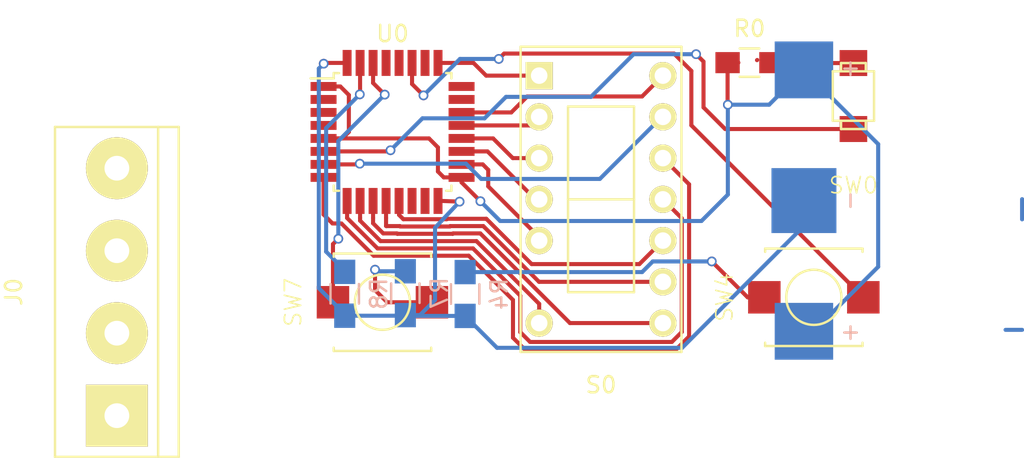
<source format=kicad_pcb>
(kicad_pcb (version 4) (host pcbnew 4.0.7-e2-6376~58~ubuntu16.04.1)

  (general
    (links 34)
    (no_connects 4)
    (area 0 0 0 0)
    (thickness 1.6)
    (drawings 0)
    (tracks 194)
    (zones 0)
    (modules 11)
    (nets 33)
  )

  (page A4)
  (layers
    (0 F.Cu signal)
    (31 B.Cu signal)
    (32 B.Adhes user)
    (33 F.Adhes user)
    (34 B.Paste user)
    (35 F.Paste user)
    (36 B.SilkS user)
    (37 F.SilkS user)
    (38 B.Mask user)
    (39 F.Mask user)
    (40 Dwgs.User user)
    (41 Cmts.User user)
    (42 Eco1.User user)
    (43 Eco2.User user)
    (44 Edge.Cuts user)
    (45 Margin user)
    (46 B.CrtYd user)
    (47 F.CrtYd user)
    (48 B.Fab user)
    (49 F.Fab user)
  )

  (setup
    (last_trace_width 0.25)
    (trace_clearance 0.2)
    (zone_clearance 0.508)
    (zone_45_only no)
    (trace_min 0.2)
    (segment_width 0.2)
    (edge_width 0.15)
    (via_size 0.6)
    (via_drill 0.4)
    (via_min_size 0.4)
    (via_min_drill 0.3)
    (uvia_size 0.3)
    (uvia_drill 0.1)
    (uvias_allowed no)
    (uvia_min_size 0.2)
    (uvia_min_drill 0.1)
    (pcb_text_width 0.3)
    (pcb_text_size 1.5 1.5)
    (mod_edge_width 0.15)
    (mod_text_size 1 1)
    (mod_text_width 0.15)
    (pad_size 1.524 1.524)
    (pad_drill 0.762)
    (pad_to_mask_clearance 0.2)
    (aux_axis_origin 0 0)
    (visible_elements FFFFFF7F)
    (pcbplotparams
      (layerselection 0x00030_80000001)
      (usegerberextensions false)
      (excludeedgelayer true)
      (linewidth 0.100000)
      (plotframeref false)
      (viasonmask false)
      (mode 1)
      (useauxorigin false)
      (hpglpennumber 1)
      (hpglpenspeed 20)
      (hpglpendiameter 15)
      (hpglpenoverlay 2)
      (psnegative false)
      (psa4output false)
      (plotreference true)
      (plotvalue true)
      (plotinvisibletext false)
      (padsonsilk false)
      (subtractmaskfromsilk false)
      (outputformat 1)
      (mirror false)
      (drillshape 1)
      (scaleselection 1)
      (outputdirectory ""))
  )

  (net 0 "")
  (net 1 GND)
  (net 2 +3V3)
  (net 3 "Net-(J0-Pad2)")
  (net 4 "Net-(J0-Pad3)")
  (net 5 "Net-(R0-Pad2)")
  (net 6 "Net-(R4-Pad2)")
  (net 7 "Net-(R7-Pad2)")
  (net 8 "Net-(R8-Pad2)")
  (net 9 "Net-(S0-Pad5C)")
  (net 10 "Net-(S0-Pad3)")
  (net 11 "Net-(S0-Pad10)")
  (net 12 "Net-(S0-Pad11)")
  (net 13 "Net-(S0-Pad1C)")
  (net 14 "Net-(S0-Pad2)")
  (net 15 "Net-(S0-Pad4)")
  (net 16 "Net-(S0-Pad7)")
  (net 17 "Net-(S0-Pad8C)")
  (net 18 "Net-(S0-Pad9)")
  (net 19 "Net-(S0-Pad12)")
  (net 20 "Net-(S0-Pad13C)")
  (net 21 "Net-(S0-Pad14C)")
  (net 22 "Net-(SW0-Pad1)")
  (net 23 "Net-(SW4-Pad2)")
  (net 24 "Net-(SW7-Pad1)")
  (net 25 "Net-(U0-Pad2)")
  (net 26 "Net-(U0-Pad3)")
  (net 27 "Net-(U0-Pad4)")
  (net 28 "Net-(U0-Pad14)")
  (net 29 "Net-(U0-Pad15)")
  (net 30 "Net-(U0-Pad26)")
  (net 31 "Net-(U0-Pad28)")
  (net 32 "Net-(U0-Pad29)")

  (net_class Default "This is the default net class."
    (clearance 0.2)
    (trace_width 0.25)
    (via_dia 0.6)
    (via_drill 0.4)
    (uvia_dia 0.3)
    (uvia_drill 0.1)
    (add_net +3V3)
    (add_net GND)
    (add_net "Net-(J0-Pad2)")
    (add_net "Net-(J0-Pad3)")
    (add_net "Net-(R0-Pad2)")
    (add_net "Net-(R4-Pad2)")
    (add_net "Net-(R7-Pad2)")
    (add_net "Net-(R8-Pad2)")
    (add_net "Net-(S0-Pad10)")
    (add_net "Net-(S0-Pad11)")
    (add_net "Net-(S0-Pad12)")
    (add_net "Net-(S0-Pad13C)")
    (add_net "Net-(S0-Pad14C)")
    (add_net "Net-(S0-Pad1C)")
    (add_net "Net-(S0-Pad2)")
    (add_net "Net-(S0-Pad3)")
    (add_net "Net-(S0-Pad4)")
    (add_net "Net-(S0-Pad5C)")
    (add_net "Net-(S0-Pad7)")
    (add_net "Net-(S0-Pad8C)")
    (add_net "Net-(S0-Pad9)")
    (add_net "Net-(SW0-Pad1)")
    (add_net "Net-(SW4-Pad2)")
    (add_net "Net-(SW7-Pad1)")
    (add_net "Net-(U0-Pad14)")
    (add_net "Net-(U0-Pad15)")
    (add_net "Net-(U0-Pad2)")
    (add_net "Net-(U0-Pad26)")
    (add_net "Net-(U0-Pad28)")
    (add_net "Net-(U0-Pad29)")
    (add_net "Net-(U0-Pad3)")
    (add_net "Net-(U0-Pad4)")
  )

  (module kicad_bart:BatteryHolder_1220 (layer B.Cu) (tedit 59DE8BB1) (tstamp 59DE8CFD)
    (at 138.9507 70.8279 270)
    (descr "Resistor SMD 2816, reflow soldering, Vishay (see WSL-VISHAY.PDF)")
    (tags "resistor 2816")
    (path /59DC1300)
    (attr smd)
    (fp_text reference BT0 (at 0 3.81 270) (layer B.SilkS) hide
      (effects (font (size 1 1) (thickness 0.15)) (justify mirror))
    )
    (fp_text value Battery_Cell (at 0 -3.81 270) (layer B.Fab) hide
      (effects (font (size 1 1) (thickness 0.15)) (justify mirror))
    )
    (fp_text user - (at 0 -2.794 270) (layer B.SilkS)
      (effects (font (size 1 1) (thickness 0.15)) (justify mirror))
    )
    (fp_text user + (at 8.128 -2.794 270) (layer B.SilkS)
      (effects (font (size 1 1) (thickness 0.15)) (justify mirror))
    )
    (fp_text user + (at -8.128 -2.794 270) (layer B.SilkS)
      (effects (font (size 1 1) (thickness 0.15)) (justify mirror))
    )
    (fp_line (start 6.604 -5.08) (end 6.604 4.318) (layer B.CrtYd) (width 0.15))
    (fp_line (start -6.604 4.318) (end -6.604 -5.08) (layer B.CrtYd) (width 0.15))
    (fp_line (start 4.064 6.858) (end -4.064 6.858) (layer B.CrtYd) (width 0.15))
    (fp_line (start 6.604 4.318) (end 4.064 6.858) (layer B.CrtYd) (width 0.15))
    (fp_line (start -6.604 4.318) (end -4.064 6.858) (layer B.CrtYd) (width 0.15))
    (fp_line (start -6.604 -5.08) (end 6.604 -5.08) (layer B.CrtYd) (width 0.15))
    (fp_line (start -4.572 2.794) (end 4.572 2.794) (layer B.CrtYd) (width 0.05))
    (fp_line (start 4.572 2.794) (end 4.572 -2.794) (layer B.CrtYd) (width 0.05))
    (fp_line (start 4.572 -2.794) (end -4.572 -2.794) (layer B.CrtYd) (width 0.05))
    (fp_line (start -4.572 -2.794) (end -4.572 2.794) (layer B.CrtYd) (width 0.05))
    (pad 2 smd rect (at 0 0 270) (size 4 4) (layers B.Cu B.Paste B.Mask)
      (net 1 GND))
    (pad 1 smd rect (at 8.05 0 270) (size 3.5 3.6) (layers B.Cu B.Paste B.Mask)
      (net 2 +3V3))
    (pad 1 smd rect (at -8.05 0 270) (size 3.5 3.6) (layers B.Cu B.Paste B.Mask)
      (net 2 +3V3))
  )

  (module Connect:bornier4 (layer F.Cu) (tedit 0) (tstamp 59DD2734)
    (at 96.6343 76.454 90)
    (descr "Bornier d'alimentation 4 pins")
    (tags DEV)
    (path /59DC1373)
    (fp_text reference J0 (at 0 -6.35 90) (layer F.SilkS)
      (effects (font (size 1 1) (thickness 0.15)))
    )
    (fp_text value Conn_01x04 (at 0 5.08 90) (layer F.Fab)
      (effects (font (size 1 1) (thickness 0.15)))
    )
    (fp_line (start -10.16 -3.81) (end -10.16 3.81) (layer F.SilkS) (width 0.15))
    (fp_line (start 10.16 3.81) (end 10.16 -3.81) (layer F.SilkS) (width 0.15))
    (fp_line (start 10.16 2.54) (end -10.16 2.54) (layer F.SilkS) (width 0.15))
    (fp_line (start -10.16 -3.81) (end 10.16 -3.81) (layer F.SilkS) (width 0.15))
    (fp_line (start -10.16 3.81) (end 10.16 3.81) (layer F.SilkS) (width 0.15))
    (pad 2 thru_hole circle (at -2.54 0 90) (size 3.81 3.81) (drill 1.524) (layers *.Cu *.Mask F.SilkS)
      (net 3 "Net-(J0-Pad2)"))
    (pad 3 thru_hole circle (at 2.54 0 90) (size 3.81 3.81) (drill 1.524) (layers *.Cu *.Mask F.SilkS)
      (net 4 "Net-(J0-Pad3)"))
    (pad 1 thru_hole rect (at -7.62 0 90) (size 3.81 3.81) (drill 1.524) (layers *.Cu *.Mask F.SilkS)
      (net 1 GND))
    (pad 4 thru_hole circle (at 7.62 0 90) (size 3.81 3.81) (drill 1.524) (layers *.Cu *.Mask F.SilkS)
      (net 2 +3V3))
    (model Connect.3dshapes/bornier4.wrl
      (at (xyz 0 0 0))
      (scale (xyz 1 1 1))
      (rotate (xyz 0 0 0))
    )
  )

  (module Resistors_SMD:R_0805_HandSoldering (layer F.Cu) (tedit 54189DEE) (tstamp 59DD273A)
    (at 135.5979 62.3316)
    (descr "Resistor SMD 0805, hand soldering")
    (tags "resistor 0805")
    (path /59DC1549)
    (attr smd)
    (fp_text reference R0 (at 0 -2.1) (layer F.SilkS)
      (effects (font (size 1 1) (thickness 0.15)))
    )
    (fp_text value 2k (at 0 2.1) (layer F.Fab)
      (effects (font (size 1 1) (thickness 0.15)))
    )
    (fp_line (start -2.4 -1) (end 2.4 -1) (layer F.CrtYd) (width 0.05))
    (fp_line (start -2.4 1) (end 2.4 1) (layer F.CrtYd) (width 0.05))
    (fp_line (start -2.4 -1) (end -2.4 1) (layer F.CrtYd) (width 0.05))
    (fp_line (start 2.4 -1) (end 2.4 1) (layer F.CrtYd) (width 0.05))
    (fp_line (start 0.6 0.875) (end -0.6 0.875) (layer F.SilkS) (width 0.15))
    (fp_line (start -0.6 -0.875) (end 0.6 -0.875) (layer F.SilkS) (width 0.15))
    (pad 1 smd rect (at -1.35 0) (size 1.5 1.3) (layers F.Cu F.Paste F.Mask)
      (net 2 +3V3))
    (pad 2 smd rect (at 1.35 0) (size 1.5 1.3) (layers F.Cu F.Paste F.Mask)
      (net 5 "Net-(R0-Pad2)"))
    (model Resistors_SMD.3dshapes/R_0805_HandSoldering.wrl
      (at (xyz 0 0 0))
      (scale (xyz 1 1 1))
      (rotate (xyz 0 0 0))
    )
  )

  (module Resistors_SMD:R_0805_HandSoldering (layer B.Cu) (tedit 54189DEE) (tstamp 59DD2740)
    (at 118.0846 76.581 90)
    (descr "Resistor SMD 0805, hand soldering")
    (tags "resistor 0805")
    (path /59DC1699)
    (attr smd)
    (fp_text reference R4 (at 0 2.1 90) (layer B.SilkS)
      (effects (font (size 1 1) (thickness 0.15)) (justify mirror))
    )
    (fp_text value 2k (at 0 -2.1 90) (layer B.Fab)
      (effects (font (size 1 1) (thickness 0.15)) (justify mirror))
    )
    (fp_line (start -2.4 1) (end 2.4 1) (layer B.CrtYd) (width 0.05))
    (fp_line (start -2.4 -1) (end 2.4 -1) (layer B.CrtYd) (width 0.05))
    (fp_line (start -2.4 1) (end -2.4 -1) (layer B.CrtYd) (width 0.05))
    (fp_line (start 2.4 1) (end 2.4 -1) (layer B.CrtYd) (width 0.05))
    (fp_line (start 0.6 -0.875) (end -0.6 -0.875) (layer B.SilkS) (width 0.15))
    (fp_line (start -0.6 0.875) (end 0.6 0.875) (layer B.SilkS) (width 0.15))
    (pad 1 smd rect (at -1.35 0 90) (size 1.5 1.3) (layers B.Cu B.Paste B.Mask)
      (net 1 GND))
    (pad 2 smd rect (at 1.35 0 90) (size 1.5 1.3) (layers B.Cu B.Paste B.Mask)
      (net 6 "Net-(R4-Pad2)"))
    (model Resistors_SMD.3dshapes/R_0805_HandSoldering.wrl
      (at (xyz 0 0 0))
      (scale (xyz 1 1 1))
      (rotate (xyz 0 0 0))
    )
  )

  (module Resistors_SMD:R_0805_HandSoldering (layer B.Cu) (tedit 54189DEE) (tstamp 59DD2746)
    (at 114.4016 76.5302 90)
    (descr "Resistor SMD 0805, hand soldering")
    (tags "resistor 0805")
    (path /59DC14F6)
    (attr smd)
    (fp_text reference R7 (at 0 2.1 90) (layer B.SilkS)
      (effects (font (size 1 1) (thickness 0.15)) (justify mirror))
    )
    (fp_text value 2k (at 0 -2.1 90) (layer B.Fab)
      (effects (font (size 1 1) (thickness 0.15)) (justify mirror))
    )
    (fp_line (start -2.4 1) (end 2.4 1) (layer B.CrtYd) (width 0.05))
    (fp_line (start -2.4 -1) (end 2.4 -1) (layer B.CrtYd) (width 0.05))
    (fp_line (start -2.4 1) (end -2.4 -1) (layer B.CrtYd) (width 0.05))
    (fp_line (start 2.4 1) (end 2.4 -1) (layer B.CrtYd) (width 0.05))
    (fp_line (start 0.6 -0.875) (end -0.6 -0.875) (layer B.SilkS) (width 0.15))
    (fp_line (start -0.6 0.875) (end 0.6 0.875) (layer B.SilkS) (width 0.15))
    (pad 1 smd rect (at -1.35 0 90) (size 1.5 1.3) (layers B.Cu B.Paste B.Mask)
      (net 1 GND))
    (pad 2 smd rect (at 1.35 0 90) (size 1.5 1.3) (layers B.Cu B.Paste B.Mask)
      (net 7 "Net-(R7-Pad2)"))
    (model Resistors_SMD.3dshapes/R_0805_HandSoldering.wrl
      (at (xyz 0 0 0))
      (scale (xyz 1 1 1))
      (rotate (xyz 0 0 0))
    )
  )

  (module Resistors_SMD:R_0805_HandSoldering (layer B.Cu) (tedit 54189DEE) (tstamp 59DD274C)
    (at 110.6678 76.5683 90)
    (descr "Resistor SMD 0805, hand soldering")
    (tags "resistor 0805")
    (path /59DC173D)
    (attr smd)
    (fp_text reference R8 (at 0 2.1 90) (layer B.SilkS)
      (effects (font (size 1 1) (thickness 0.15)) (justify mirror))
    )
    (fp_text value 2k (at 0 -2.1 90) (layer B.Fab)
      (effects (font (size 1 1) (thickness 0.15)) (justify mirror))
    )
    (fp_line (start -2.4 1) (end 2.4 1) (layer B.CrtYd) (width 0.05))
    (fp_line (start -2.4 -1) (end 2.4 -1) (layer B.CrtYd) (width 0.05))
    (fp_line (start -2.4 1) (end -2.4 -1) (layer B.CrtYd) (width 0.05))
    (fp_line (start 2.4 1) (end 2.4 -1) (layer B.CrtYd) (width 0.05))
    (fp_line (start 0.6 -0.875) (end -0.6 -0.875) (layer B.SilkS) (width 0.15))
    (fp_line (start -0.6 0.875) (end 0.6 0.875) (layer B.SilkS) (width 0.15))
    (pad 1 smd rect (at -1.35 0 90) (size 1.5 1.3) (layers B.Cu B.Paste B.Mask)
      (net 1 GND))
    (pad 2 smd rect (at 1.35 0 90) (size 1.5 1.3) (layers B.Cu B.Paste B.Mask)
      (net 8 "Net-(R8-Pad2)"))
    (model Resistors_SMD.3dshapes/R_0805_HandSoldering.wrl
      (at (xyz 0 0 0))
      (scale (xyz 1 1 1))
      (rotate (xyz 0 0 0))
    )
  )

  (module kicad_bart:2x7_dot_matrix (layer F.Cu) (tedit 59A7293C) (tstamp 59DD275D)
    (at 126.4539 70.7517 270)
    (descr "Module for the MAN3640 7 segm display")
    (tags DIL)
    (path /59DC1026)
    (fp_text reference S0 (at 11.43 0 360) (layer F.SilkS)
      (effects (font (size 1 1) (thickness 0.15)))
    )
    (fp_text value 5x7_DISPLAY_LTP-305 (at -11.43 0 360) (layer F.Fab)
      (effects (font (size 1 1) (thickness 0.15)))
    )
    (fp_line (start 0 2.032) (end -5.715 2.032) (layer F.SilkS) (width 0.15))
    (fp_line (start -5.715 2.032) (end -5.715 -2.032) (layer F.SilkS) (width 0.15))
    (fp_line (start -5.715 -2.032) (end 5.715 -2.032) (layer F.SilkS) (width 0.15))
    (fp_line (start 5.715 -2.032) (end 5.715 2.032) (layer F.SilkS) (width 0.15))
    (fp_line (start 5.715 2.032) (end 0 2.032) (layer F.SilkS) (width 0.15))
    (fp_line (start 0 2.032) (end 0 -2.032) (layer F.SilkS) (width 0.15))
    (fp_line (start 9.398 4.953) (end 9.398 -4.953) (layer F.SilkS) (width 0.15))
    (fp_line (start 9.398 -4.953) (end -9.398 -4.953) (layer F.SilkS) (width 0.15))
    (fp_line (start -9.398 -4.953) (end -9.398 4.953) (layer F.SilkS) (width 0.15))
    (fp_line (start -9.398 4.953) (end 9.398 4.953) (layer F.SilkS) (width 0.15))
    (pad 5C thru_hole circle (at 2.54 3.81 270) (size 1.6764 1.6764) (drill 1.016) (layers *.Cu *.Mask F.SilkS)
      (net 9 "Net-(S0-Pad5C)"))
    (pad 3 thru_hole circle (at -2.54 3.81 270) (size 1.6764 1.6764) (drill 1.016) (layers *.Cu *.Mask F.SilkS)
      (net 10 "Net-(S0-Pad3)"))
    (pad 10 thru_hole circle (at 2.54 -3.81 270) (size 1.6764 1.6764) (drill 1.016) (layers *.Cu *.Mask F.SilkS)
      (net 11 "Net-(S0-Pad10)"))
    (pad 11 thru_hole circle (at 0 -3.81 270) (size 1.6764 1.6764) (drill 1.016) (layers *.Cu *.Mask F.SilkS)
      (net 12 "Net-(S0-Pad11)"))
    (pad 1C thru_hole rect (at -7.62 3.81 270) (size 1.6764 1.6764) (drill 1.016) (layers *.Cu *.Mask F.SilkS)
      (net 13 "Net-(S0-Pad1C)"))
    (pad 2 thru_hole circle (at -5.08 3.81 270) (size 1.6764 1.6764) (drill 1.016) (layers *.Cu *.Mask F.SilkS)
      (net 14 "Net-(S0-Pad2)"))
    (pad 4 thru_hole circle (at 0 3.81 270) (size 1.6764 1.6764) (drill 1.016) (layers *.Cu *.Mask F.SilkS)
      (net 15 "Net-(S0-Pad4)"))
    (pad 7 thru_hole circle (at 7.62 3.81 270) (size 1.6764 1.6764) (drill 1.016) (layers *.Cu *.Mask F.SilkS)
      (net 16 "Net-(S0-Pad7)"))
    (pad 8C thru_hole circle (at 7.62 -3.81 270) (size 1.6764 1.6764) (drill 1.016) (layers *.Cu *.Mask F.SilkS)
      (net 17 "Net-(S0-Pad8C)"))
    (pad 9 thru_hole circle (at 5.08 -3.81 270) (size 1.6764 1.6764) (drill 1.016) (layers *.Cu *.Mask F.SilkS)
      (net 18 "Net-(S0-Pad9)"))
    (pad 12 thru_hole circle (at -2.54 -3.81 270) (size 1.6764 1.6764) (drill 1.016) (layers *.Cu *.Mask F.SilkS)
      (net 19 "Net-(S0-Pad12)"))
    (pad 13C thru_hole circle (at -5.08 -3.81 270) (size 1.6764 1.6764) (drill 1.016) (layers *.Cu *.Mask F.SilkS)
      (net 20 "Net-(S0-Pad13C)"))
    (pad 14C thru_hole circle (at -7.62 -3.81 270) (size 1.6764 1.6764) (drill 1.016) (layers *.Cu *.Mask F.SilkS)
      (net 21 "Net-(S0-Pad14C)"))
    (model Displays_7-Segment.3dshapes/MAN3640A.wrl
      (at (xyz 0 0 0))
      (scale (xyz 1 1 1))
      (rotate (xyz 0 0 90))
    )
  )

  (module kicad_bart:SW_OMRON_SMALL (layer F.Cu) (tedit 59AABFFE) (tstamp 59DD2763)
    (at 141.9987 64.389 90)
    (descr "Light Touch Switch")
    (path /59DC126F)
    (attr smd)
    (fp_text reference SW0 (at -5.5 0 180) (layer F.SilkS)
      (effects (font (size 1 1) (thickness 0.1)))
    )
    (fp_text value ON_OFF (at 0 0 90) (layer F.Fab)
      (effects (font (size 1 1) (thickness 0.15)))
    )
    (fp_line (start -1.524 0.762) (end -2.032 0.762) (layer F.SilkS) (width 0.15))
    (fp_line (start -2.032 0.762) (end -2.032 -0.762) (layer F.SilkS) (width 0.15))
    (fp_line (start -2.032 -0.762) (end -1.524 -0.762) (layer F.SilkS) (width 0.15))
    (fp_line (start 1.524 -0.762) (end 2.032 -0.762) (layer F.SilkS) (width 0.15))
    (fp_line (start 2.032 -0.762) (end 2.032 0.762) (layer F.SilkS) (width 0.15))
    (fp_line (start 2.032 0.762) (end 1.524 0.762) (layer F.SilkS) (width 0.15))
    (fp_line (start -1.524 1.27) (end -1.524 -1.27) (layer F.SilkS) (width 0.15))
    (fp_line (start 1.524 -1.27) (end 1.524 1.27) (layer F.SilkS) (width 0.15))
    (fp_line (start 1.524 -1.27) (end -1.524 -1.27) (layer F.SilkS) (width 0.15))
    (fp_line (start -1.524 1.27) (end 1.524 1.27) (layer F.SilkS) (width 0.15))
    (pad 2 smd rect (at 2.032 0 90) (size 1.6 1.7) (layers F.Cu F.Paste F.Mask)
      (net 5 "Net-(R0-Pad2)"))
    (pad 1 smd rect (at -2.032 0 90) (size 1.6 1.7) (layers F.Cu F.Paste F.Mask)
      (net 22 "Net-(SW0-Pad1)"))
  )

  (module kicad_bart:SW_PANASONIC (layer F.Cu) (tedit 59AAC02E) (tstamp 59DD2769)
    (at 139.5603 76.7842)
    (descr "Light Touch Switch")
    (path /59DC10DE)
    (attr smd)
    (fp_text reference SW4 (at -5.5 0 90) (layer F.SilkS)
      (effects (font (size 1 1) (thickness 0.1)))
    )
    (fp_text value RIGHT (at 0 0) (layer F.Fab)
      (effects (font (size 1 1) (thickness 0.15)))
    )
    (fp_line (start -4.5 -3.25) (end 4.5 -3.25) (layer F.CrtYd) (width 0.05))
    (fp_line (start 4.5 -3.25) (end 4.5 3.25) (layer F.CrtYd) (width 0.05))
    (fp_line (start 4.5 3.25) (end -4.5 3.25) (layer F.CrtYd) (width 0.05))
    (fp_line (start -4.5 3.25) (end -4.5 -3.25) (layer F.CrtYd) (width 0.05))
    (fp_line (start 3 -3) (end 3 -2.8) (layer F.SilkS) (width 0.15))
    (fp_line (start 3 3) (end 3 2.8) (layer F.SilkS) (width 0.15))
    (fp_line (start -3 3) (end -3 2.8) (layer F.SilkS) (width 0.15))
    (fp_line (start -3 -3) (end -3 -2.8) (layer F.SilkS) (width 0.15))
    (fp_line (start 3 -3) (end -3 -3) (layer F.SilkS) (width 0.15))
    (fp_line (start -3 3) (end 3 3) (layer F.SilkS) (width 0.15))
    (fp_circle (center 0 0) (end 1.7 0) (layer F.SilkS) (width 0.15))
    (pad 2 smd rect (at 3.048 0) (size 2 2) (layers F.Cu F.Paste F.Mask)
      (net 23 "Net-(SW4-Pad2)"))
    (pad 1 smd rect (at -3.048 0) (size 2 2) (layers F.Cu F.Paste F.Mask)
      (net 6 "Net-(R4-Pad2)"))
  )

  (module kicad_bart:SW_PANASONIC (layer F.Cu) (tedit 59AAC02E) (tstamp 59DD276F)
    (at 112.9919 77.089)
    (descr "Light Touch Switch")
    (path /59DC112E)
    (attr smd)
    (fp_text reference SW7 (at -5.5 0 90) (layer F.SilkS)
      (effects (font (size 1 1) (thickness 0.1)))
    )
    (fp_text value LEFT (at 0 0) (layer F.Fab)
      (effects (font (size 1 1) (thickness 0.15)))
    )
    (fp_line (start -4.5 -3.25) (end 4.5 -3.25) (layer F.CrtYd) (width 0.05))
    (fp_line (start 4.5 -3.25) (end 4.5 3.25) (layer F.CrtYd) (width 0.05))
    (fp_line (start 4.5 3.25) (end -4.5 3.25) (layer F.CrtYd) (width 0.05))
    (fp_line (start -4.5 3.25) (end -4.5 -3.25) (layer F.CrtYd) (width 0.05))
    (fp_line (start 3 -3) (end 3 -2.8) (layer F.SilkS) (width 0.15))
    (fp_line (start 3 3) (end 3 2.8) (layer F.SilkS) (width 0.15))
    (fp_line (start -3 3) (end -3 2.8) (layer F.SilkS) (width 0.15))
    (fp_line (start -3 -3) (end -3 -2.8) (layer F.SilkS) (width 0.15))
    (fp_line (start 3 -3) (end -3 -3) (layer F.SilkS) (width 0.15))
    (fp_line (start -3 3) (end 3 3) (layer F.SilkS) (width 0.15))
    (fp_circle (center 0 0) (end 1.7 0) (layer F.SilkS) (width 0.15))
    (pad 2 smd rect (at 3.048 0) (size 2 2) (layers F.Cu F.Paste F.Mask)
      (net 7 "Net-(R7-Pad2)"))
    (pad 1 smd rect (at -3.048 0) (size 2 2) (layers F.Cu F.Paste F.Mask)
      (net 24 "Net-(SW7-Pad1)"))
  )

  (module Housings_QFP:TQFP-32_7x7mm_Pitch0.8mm (layer F.Cu) (tedit 54130A77) (tstamp 59DD2793)
    (at 113.6142 66.5988)
    (descr "32-Lead Plastic Thin Quad Flatpack (PT) - 7x7x1.0 mm Body, 2.00 mm [TQFP] (see Microchip Packaging Specification 00000049BS.pdf)")
    (tags "QFP 0.8")
    (path /59DC054E)
    (attr smd)
    (fp_text reference U0 (at 0 -6.05) (layer F.SilkS)
      (effects (font (size 1 1) (thickness 0.15)))
    )
    (fp_text value STM32L031x4/6 (at 0 6.05) (layer F.Fab)
      (effects (font (size 1 1) (thickness 0.15)))
    )
    (fp_line (start -5.3 -5.3) (end -5.3 5.3) (layer F.CrtYd) (width 0.05))
    (fp_line (start 5.3 -5.3) (end 5.3 5.3) (layer F.CrtYd) (width 0.05))
    (fp_line (start -5.3 -5.3) (end 5.3 -5.3) (layer F.CrtYd) (width 0.05))
    (fp_line (start -5.3 5.3) (end 5.3 5.3) (layer F.CrtYd) (width 0.05))
    (fp_line (start -3.625 -3.625) (end -3.625 -3.3) (layer F.SilkS) (width 0.15))
    (fp_line (start 3.625 -3.625) (end 3.625 -3.3) (layer F.SilkS) (width 0.15))
    (fp_line (start 3.625 3.625) (end 3.625 3.3) (layer F.SilkS) (width 0.15))
    (fp_line (start -3.625 3.625) (end -3.625 3.3) (layer F.SilkS) (width 0.15))
    (fp_line (start -3.625 -3.625) (end -3.3 -3.625) (layer F.SilkS) (width 0.15))
    (fp_line (start -3.625 3.625) (end -3.3 3.625) (layer F.SilkS) (width 0.15))
    (fp_line (start 3.625 3.625) (end 3.3 3.625) (layer F.SilkS) (width 0.15))
    (fp_line (start 3.625 -3.625) (end 3.3 -3.625) (layer F.SilkS) (width 0.15))
    (fp_line (start -3.625 -3.3) (end -5.05 -3.3) (layer F.SilkS) (width 0.15))
    (pad 1 smd rect (at -4.25 -2.8) (size 1.6 0.55) (layers F.Cu F.Paste F.Mask)
      (net 2 +3V3))
    (pad 2 smd rect (at -4.25 -2) (size 1.6 0.55) (layers F.Cu F.Paste F.Mask)
      (net 25 "Net-(U0-Pad2)"))
    (pad 3 smd rect (at -4.25 -1.2) (size 1.6 0.55) (layers F.Cu F.Paste F.Mask)
      (net 26 "Net-(U0-Pad3)"))
    (pad 4 smd rect (at -4.25 -0.4) (size 1.6 0.55) (layers F.Cu F.Paste F.Mask)
      (net 27 "Net-(U0-Pad4)"))
    (pad 5 smd rect (at -4.25 0.4) (size 1.6 0.55) (layers F.Cu F.Paste F.Mask)
      (net 2 +3V3))
    (pad 6 smd rect (at -4.25 1.2) (size 1.6 0.55) (layers F.Cu F.Paste F.Mask)
      (net 22 "Net-(SW0-Pad1)"))
    (pad 7 smd rect (at -4.25 2) (size 1.6 0.55) (layers F.Cu F.Paste F.Mask)
      (net 20 "Net-(S0-Pad13C)"))
    (pad 8 smd rect (at -4.25 2.8) (size 1.6 0.55) (layers F.Cu F.Paste F.Mask)
      (net 19 "Net-(S0-Pad12)"))
    (pad 9 smd rect (at -2.8 4.25 90) (size 1.6 0.55) (layers F.Cu F.Paste F.Mask)
      (net 12 "Net-(S0-Pad11)"))
    (pad 10 smd rect (at -2 4.25 90) (size 1.6 0.55) (layers F.Cu F.Paste F.Mask)
      (net 16 "Net-(S0-Pad7)"))
    (pad 11 smd rect (at -1.2 4.25 90) (size 1.6 0.55) (layers F.Cu F.Paste F.Mask)
      (net 17 "Net-(S0-Pad8C)"))
    (pad 12 smd rect (at -0.4 4.25 90) (size 1.6 0.55) (layers F.Cu F.Paste F.Mask)
      (net 18 "Net-(S0-Pad9)"))
    (pad 13 smd rect (at 0.4 4.25 90) (size 1.6 0.55) (layers F.Cu F.Paste F.Mask)
      (net 11 "Net-(S0-Pad10)"))
    (pad 14 smd rect (at 1.2 4.25 90) (size 1.6 0.55) (layers F.Cu F.Paste F.Mask)
      (net 28 "Net-(U0-Pad14)"))
    (pad 15 smd rect (at 2 4.25 90) (size 1.6 0.55) (layers F.Cu F.Paste F.Mask)
      (net 29 "Net-(U0-Pad15)"))
    (pad 16 smd rect (at 2.8 4.25 90) (size 1.6 0.55) (layers F.Cu F.Paste F.Mask)
      (net 1 GND))
    (pad 17 smd rect (at 4.25 2.8) (size 1.6 0.55) (layers F.Cu F.Paste F.Mask)
      (net 2 +3V3))
    (pad 18 smd rect (at 4.25 2) (size 1.6 0.55) (layers F.Cu F.Paste F.Mask)
      (net 9 "Net-(S0-Pad5C)"))
    (pad 19 smd rect (at 4.25 1.2) (size 1.6 0.55) (layers F.Cu F.Paste F.Mask)
      (net 15 "Net-(S0-Pad4)"))
    (pad 20 smd rect (at 4.25 0.4) (size 1.6 0.55) (layers F.Cu F.Paste F.Mask)
      (net 10 "Net-(S0-Pad3)"))
    (pad 21 smd rect (at 4.25 -0.4) (size 1.6 0.55) (layers F.Cu F.Paste F.Mask)
      (net 14 "Net-(S0-Pad2)"))
    (pad 22 smd rect (at 4.25 -1.2) (size 1.6 0.55) (layers F.Cu F.Paste F.Mask)
      (net 21 "Net-(S0-Pad14C)"))
    (pad 23 smd rect (at 4.25 -2) (size 1.6 0.55) (layers F.Cu F.Paste F.Mask)
      (net 4 "Net-(J0-Pad3)"))
    (pad 24 smd rect (at 4.25 -2.8) (size 1.6 0.55) (layers F.Cu F.Paste F.Mask)
      (net 3 "Net-(J0-Pad2)"))
    (pad 25 smd rect (at 2.8 -4.25 90) (size 1.6 0.55) (layers F.Cu F.Paste F.Mask)
      (net 13 "Net-(S0-Pad1C)"))
    (pad 26 smd rect (at 2 -4.25 90) (size 1.6 0.55) (layers F.Cu F.Paste F.Mask)
      (net 30 "Net-(U0-Pad26)"))
    (pad 27 smd rect (at 1.2 -4.25 90) (size 1.6 0.55) (layers F.Cu F.Paste F.Mask)
      (net 23 "Net-(SW4-Pad2)"))
    (pad 28 smd rect (at 0.4 -4.25 90) (size 1.6 0.55) (layers F.Cu F.Paste F.Mask)
      (net 31 "Net-(U0-Pad28)"))
    (pad 29 smd rect (at -0.4 -4.25 90) (size 1.6 0.55) (layers F.Cu F.Paste F.Mask)
      (net 32 "Net-(U0-Pad29)"))
    (pad 30 smd rect (at -1.2 -4.25 90) (size 1.6 0.55) (layers F.Cu F.Paste F.Mask)
      (net 24 "Net-(SW7-Pad1)"))
    (pad 31 smd rect (at -2 -4.25 90) (size 1.6 0.55) (layers F.Cu F.Paste F.Mask)
      (net 8 "Net-(R8-Pad2)"))
    (pad 32 smd rect (at -2.8 -4.25 90) (size 1.6 0.55) (layers F.Cu F.Paste F.Mask)
      (net 1 GND))
    (model Housings_QFP.3dshapes/TQFP-32_7x7mm_Pitch0.8mm.wrl
      (at (xyz 0 0 0))
      (scale (xyz 1 1 1))
      (rotate (xyz 0 0 0))
    )
  )

  (segment (start 136.0716 62.1665) (end 136.0589 62.1792) (width 0.25) (layer F.Cu) (net 0) (tstamp 59DE8659))
  (segment (start 152.3873 71.9836) (end 152.3873 70.739) (width 0.25) (layer B.Cu) (net 0) (tstamp 59DE8A04))
  (segment (start 151.3695 78.789) (end 152.3873 78.789) (width 0.25) (layer B.Cu) (net 0) (tstamp 59DE89EF))
  (segment (start 139.1412 70.7517) (end 139.1412 72.1995) (width 0.25) (layer B.Cu) (net 1))
  (segment (start 139.1412 72.1995) (end 131.445 79.8957) (width 0.25) (layer B.Cu) (net 1) (tstamp 59DE8AC0))
  (segment (start 131.445 79.8957) (end 120.0493 79.8957) (width 0.25) (layer B.Cu) (net 1) (tstamp 59DE8ACA))
  (segment (start 120.0493 79.8957) (end 118.0846 77.931) (width 0.25) (layer B.Cu) (net 1) (tstamp 59DE8ACC))
  (segment (start 117.7417 70.8914) (end 116.4224 70.8406) (width 0.25) (layer F.Cu) (net 1))
  (segment (start 116.4224 70.8406) (end 116.4142 70.8488) (width 0.25) (layer F.Cu) (net 1))
  (segment (start 116.2304 76.9514) (end 116.2304 72.5043) (width 0.25) (layer B.Cu) (net 1))
  (segment (start 116.2304 72.5043) (end 117.7417 70.8914) (width 0.25) (layer B.Cu) (net 1))
  (via (at 117.7417 70.8914) (size 0.6) (drill 0.4) (layers F.Cu B.Cu) (net 1))
  (segment (start 114.4016 77.8802) (end 115.3016 77.8802) (width 0.25) (layer B.Cu) (net 1))
  (segment (start 115.3016 77.8802) (end 116.2304 76.9514) (width 0.25) (layer B.Cu) (net 1))
  (segment (start 110.6678 77.8183) (end 110.6678 77.9183) (width 0.25) (layer B.Cu) (net 1))
  (segment (start 109.072401 62.695099) (end 109.072401 76.222901) (width 0.25) (layer B.Cu) (net 1))
  (segment (start 109.3724 62.3951) (end 109.072401 62.695099) (width 0.25) (layer B.Cu) (net 1))
  (segment (start 109.072401 76.222901) (end 110.6678 77.8183) (width 0.25) (layer B.Cu) (net 1))
  (segment (start 110.8142 62.3488) (end 109.4187 62.3488) (width 0.25) (layer F.Cu) (net 1))
  (segment (start 109.4187 62.3488) (end 109.3724 62.3951) (width 0.25) (layer F.Cu) (net 1))
  (via (at 109.3724 62.3951) (size 0.6) (drill 0.4) (layers F.Cu B.Cu) (net 1))
  (segment (start 110.6678 77.9183) (end 114.3635 77.9183) (width 0.25) (layer B.Cu) (net 1))
  (segment (start 114.3635 77.9183) (end 114.3762 77.931) (width 0.25) (layer B.Cu) (net 1) (tstamp 59DE85A0))
  (segment (start 114.3762 77.931) (end 118.0846 77.931) (width 0.25) (layer B.Cu) (net 1) (tstamp 59DE85A2))
  (segment (start 134.2644 64.9224) (end 136.8062 64.9224) (width 0.25) (layer B.Cu) (net 2))
  (segment (start 136.8062 64.9224) (end 138.9507 62.7779) (width 0.25) (layer B.Cu) (net 2) (tstamp 59DE8D2C))
  (segment (start 138.9507 78.8779) (end 139.5494 78.8779) (width 0.25) (layer B.Cu) (net 2))
  (segment (start 139.5494 78.8779) (end 143.5227 74.9046) (width 0.25) (layer B.Cu) (net 2) (tstamp 59DE8D12))
  (segment (start 143.5227 67.3499) (end 138.9507 62.7779) (width 0.25) (layer B.Cu) (net 2) (tstamp 59DE8D15))
  (segment (start 143.5227 74.9046) (end 143.5227 67.3499) (width 0.25) (layer B.Cu) (net 2) (tstamp 59DE8D13))
  (segment (start 134.2479 62.3316) (end 134.9121 62.3316) (width 0.25) (layer F.Cu) (net 2))
  (segment (start 117.8642 69.3988) (end 117.8642 69.7058) (width 0.25) (layer F.Cu) (net 2))
  (segment (start 134.2479 64.9059) (end 134.2479 62.3316) (width 0.25) (layer F.Cu) (net 2) (tstamp 59DE89D5))
  (segment (start 134.2644 64.9224) (end 134.2479 64.9059) (width 0.25) (layer F.Cu) (net 2) (tstamp 59DE89D4))
  (via (at 134.2644 64.9224) (size 0.6) (drill 0.4) (layers F.Cu B.Cu) (net 2))
  (segment (start 134.2644 70.4596) (end 134.2644 64.9224) (width 0.25) (layer B.Cu) (net 2) (tstamp 59DE89CD))
  (segment (start 132.6388 72.0852) (end 134.2644 70.4596) (width 0.25) (layer B.Cu) (net 2) (tstamp 59DE89C8))
  (segment (start 120.2436 72.0852) (end 132.6388 72.0852) (width 0.25) (layer B.Cu) (net 2) (tstamp 59DE89C5))
  (segment (start 119.0244 70.866) (end 120.2436 72.0852) (width 0.25) (layer B.Cu) (net 2) (tstamp 59DE89C4))
  (via (at 119.0244 70.866) (size 0.6) (drill 0.4) (layers F.Cu B.Cu) (net 2))
  (segment (start 117.8642 69.7058) (end 119.0244 70.866) (width 0.25) (layer F.Cu) (net 2) (tstamp 59DE89BE))
  (segment (start 117.8642 69.3988) (end 116.7698 69.3988) (width 0.25) (layer F.Cu) (net 2))
  (segment (start 115.8557 66.9988) (end 109.3642 66.9988) (width 0.25) (layer F.Cu) (net 2) (tstamp 59DE846C))
  (segment (start 116.4082 67.5513) (end 115.8557 66.9988) (width 0.25) (layer F.Cu) (net 2) (tstamp 59DE846A))
  (segment (start 116.4082 69.0372) (end 116.4082 67.5513) (width 0.25) (layer F.Cu) (net 2) (tstamp 59DE8468))
  (segment (start 116.7698 69.3988) (end 116.4082 69.0372) (width 0.25) (layer F.Cu) (net 2) (tstamp 59DE8465))
  (segment (start 109.3642 63.7988) (end 110.3951 63.7988) (width 0.25) (layer F.Cu) (net 2))
  (segment (start 110.5218 66.9988) (end 109.3642 66.9988) (width 0.25) (layer F.Cu) (net 2) (tstamp 59DE83FA))
  (segment (start 110.9218 66.5988) (end 110.5218 66.9988) (width 0.25) (layer F.Cu) (net 2) (tstamp 59DE83F8))
  (segment (start 110.9218 64.3255) (end 110.9218 66.5988) (width 0.25) (layer F.Cu) (net 2) (tstamp 59DE83F6))
  (segment (start 110.3951 63.7988) (end 110.9218 64.3255) (width 0.25) (layer F.Cu) (net 2) (tstamp 59DE83F4))
  (segment (start 139.5857 62.0776) (end 139.1412 61.6331) (width 0.25) (layer B.Cu) (net 2) (tstamp 59DE87E4))
  (segment (start 141.9987 62.357) (end 136.9733 62.357) (width 0.25) (layer F.Cu) (net 5) (status C00000))
  (segment (start 136.9733 62.357) (end 136.9479 62.3316) (width 0.25) (layer F.Cu) (net 5) (tstamp 59DE8D4D) (status C00000))
  (segment (start 118.0846 75.231) (end 128.985 75.231) (width 0.25) (layer B.Cu) (net 6))
  (segment (start 135.4836 76.7842) (end 136.5123 76.7842) (width 0.25) (layer F.Cu) (net 6) (tstamp 59DE8850))
  (segment (start 133.2738 74.5744) (end 135.4836 76.7842) (width 0.25) (layer F.Cu) (net 6) (tstamp 59DE884F))
  (via (at 133.2738 74.5744) (size 0.6) (drill 0.4) (layers F.Cu B.Cu) (net 6))
  (segment (start 129.6416 74.5744) (end 133.2738 74.5744) (width 0.25) (layer B.Cu) (net 6) (tstamp 59DE8849))
  (segment (start 128.985 75.231) (end 129.6416 74.5744) (width 0.25) (layer B.Cu) (net 6) (tstamp 59DE8842))
  (segment (start 116.0399 77.089) (end 113.284 77.089) (width 0.25) (layer F.Cu) (net 7))
  (segment (start 112.6325 75.1802) (end 114.4016 75.1802) (width 0.25) (layer B.Cu) (net 7) (tstamp 59DE8999))
  (segment (start 112.5347 75.0824) (end 112.6325 75.1802) (width 0.25) (layer B.Cu) (net 7) (tstamp 59DE8998))
  (via (at 112.5347 75.0824) (size 0.6) (drill 0.4) (layers F.Cu B.Cu) (net 7))
  (segment (start 112.5347 76.3397) (end 112.5347 75.0824) (width 0.25) (layer F.Cu) (net 7) (tstamp 59DE8994))
  (segment (start 113.284 77.089) (end 112.5347 76.3397) (width 0.25) (layer F.Cu) (net 7) (tstamp 59DE8991))
  (segment (start 110.6678 75.1183) (end 110.6678 75.2183) (width 0.25) (layer B.Cu) (net 8))
  (segment (start 109.522412 73.972912) (end 110.6678 75.1183) (width 0.25) (layer B.Cu) (net 8))
  (segment (start 109.522412 66.359888) (end 109.522412 73.972912) (width 0.25) (layer B.Cu) (net 8))
  (segment (start 111.5949 64.2874) (end 109.522412 66.359888) (width 0.25) (layer B.Cu) (net 8))
  (segment (start 111.6142 62.3488) (end 111.6142 64.2681) (width 0.25) (layer F.Cu) (net 8))
  (via (at 111.5949 64.2874) (size 0.6) (drill 0.4) (layers F.Cu B.Cu) (net 8))
  (segment (start 111.6142 64.2681) (end 111.5949 64.2874) (width 0.25) (layer F.Cu) (net 8) (tstamp 59DE88C3))
  (segment (start 122.6439 73.2917) (end 122.6439 73.0885) (width 0.25) (layer F.Cu) (net 9))
  (segment (start 122.6439 73.0885) (end 119.507 69.9516) (width 0.25) (layer F.Cu) (net 9) (tstamp 59DE7CC1))
  (segment (start 119.507 69.9516) (end 119.507 68.9356) (width 0.25) (layer F.Cu) (net 9) (tstamp 59DE7CC2))
  (segment (start 119.507 68.9356) (end 119.1702 68.5988) (width 0.25) (layer F.Cu) (net 9) (tstamp 59DE7CC4))
  (segment (start 119.1702 68.5988) (end 117.8642 68.5988) (width 0.25) (layer F.Cu) (net 9) (tstamp 59DE7CC5))
  (segment (start 122.6439 68.2117) (end 121.0183 68.2117) (width 0.25) (layer F.Cu) (net 10))
  (segment (start 119.8054 66.9988) (end 117.8642 66.9988) (width 0.25) (layer F.Cu) (net 10) (tstamp 59DE7CB6))
  (segment (start 121.0183 68.2117) (end 119.8054 66.9988) (width 0.25) (layer F.Cu) (net 10) (tstamp 59DE7CB3))
  (segment (start 128.8161 74.7395) (end 122.179644 74.7395) (width 0.25) (layer F.Cu) (net 11))
  (segment (start 116.974146 71.948856) (end 116.949201 71.973801) (width 0.25) (layer F.Cu) (net 11))
  (segment (start 119.389 71.948856) (end 116.974146 71.948856) (width 0.25) (layer F.Cu) (net 11))
  (segment (start 116.949201 71.973801) (end 114.279199 71.973801) (width 0.25) (layer F.Cu) (net 11))
  (segment (start 122.179644 74.7395) (end 119.389 71.948856) (width 0.25) (layer F.Cu) (net 11))
  (segment (start 114.0142 71.708802) (end 114.0142 70.8488) (width 0.25) (layer F.Cu) (net 11))
  (segment (start 114.279199 71.973801) (end 114.0142 71.708802) (width 0.25) (layer F.Cu) (net 11))
  (segment (start 130.2639 73.2917) (end 128.8161 74.7395) (width 0.25) (layer F.Cu) (net 11))
  (segment (start 131.102099 71.589899) (end 130.2639 70.7517) (width 0.25) (layer F.Cu) (net 12))
  (segment (start 130.813789 79.534901) (end 131.427101 78.921589) (width 0.25) (layer F.Cu) (net 12))
  (segment (start 131.427101 71.914901) (end 131.102099 71.589899) (width 0.25) (layer F.Cu) (net 12))
  (segment (start 131.427101 78.921589) (end 131.427101 71.914901) (width 0.25) (layer F.Cu) (net 12))
  (segment (start 121.480699 78.930037) (end 122.085562 79.534901) (width 0.25) (layer F.Cu) (net 12))
  (segment (start 121.480699 76.686388) (end 121.480699 78.930037) (width 0.25) (layer F.Cu) (net 12))
  (segment (start 118.568156 73.773845) (end 121.480699 76.686388) (width 0.25) (layer F.Cu) (net 12))
  (segment (start 110.8142 71.8988) (end 112.689245 73.773845) (width 0.25) (layer F.Cu) (net 12))
  (segment (start 110.8142 70.8488) (end 110.8142 71.8988) (width 0.25) (layer F.Cu) (net 12))
  (segment (start 122.085562 79.534901) (end 130.813789 79.534901) (width 0.25) (layer F.Cu) (net 12))
  (segment (start 112.689245 73.773845) (end 118.568156 73.773845) (width 0.25) (layer F.Cu) (net 12))
  (segment (start 122.6439 63.1317) (end 119.38 63.1317) (width 0.25) (layer F.Cu) (net 13))
  (segment (start 118.5971 62.3488) (end 116.4142 62.3488) (width 0.25) (layer F.Cu) (net 13) (tstamp 59DE8B25))
  (segment (start 119.38 63.1317) (end 118.5971 62.3488) (width 0.25) (layer F.Cu) (net 13) (tstamp 59DE8B22))
  (segment (start 117.8642 66.1988) (end 122.1168 66.1988) (width 0.25) (layer F.Cu) (net 14))
  (segment (start 122.1168 66.1988) (end 122.6439 65.6717) (width 0.25) (layer F.Cu) (net 14) (tstamp 59DE8B70))
  (segment (start 122.6439 70.7517) (end 122.4153 70.7517) (width 0.25) (layer F.Cu) (net 15))
  (segment (start 122.4153 70.7517) (end 119.4624 67.7988) (width 0.25) (layer F.Cu) (net 15) (tstamp 59DE7CBC))
  (segment (start 119.4624 67.7988) (end 117.8642 67.7988) (width 0.25) (layer F.Cu) (net 15) (tstamp 59DE7CBD))
  (segment (start 111.6142 71.8988) (end 111.6142 70.8488) (width 0.25) (layer F.Cu) (net 16))
  (segment (start 111.6142 72.06239) (end 111.6142 71.8988) (width 0.25) (layer F.Cu) (net 16))
  (segment (start 112.875644 73.323834) (end 111.6142 72.06239) (width 0.25) (layer F.Cu) (net 16))
  (segment (start 122.6439 77.186307) (end 118.781427 73.323834) (width 0.25) (layer F.Cu) (net 16))
  (segment (start 122.6439 78.3717) (end 122.6439 77.186307) (width 0.25) (layer F.Cu) (net 16))
  (segment (start 118.781427 73.323834) (end 112.875644 73.323834) (width 0.25) (layer F.Cu) (net 16))
  (segment (start 130.2639 78.3717) (end 124.539022 78.3717) (width 0.25) (layer F.Cu) (net 17))
  (segment (start 112.4142 71.8988) (end 112.4142 70.8488) (width 0.25) (layer F.Cu) (net 17))
  (segment (start 119.0162 72.848878) (end 117.346946 72.848878) (width 0.25) (layer F.Cu) (net 17))
  (segment (start 112.4142 72.225978) (end 112.4142 71.8988) (width 0.25) (layer F.Cu) (net 17))
  (segment (start 113.037108 72.848886) (end 112.4142 72.225978) (width 0.25) (layer F.Cu) (net 17))
  (segment (start 117.322001 72.873823) (end 113.906399 72.873823) (width 0.25) (layer F.Cu) (net 17))
  (segment (start 117.346946 72.848878) (end 117.322001 72.873823) (width 0.25) (layer F.Cu) (net 17))
  (segment (start 124.539022 78.3717) (end 119.0162 72.848878) (width 0.25) (layer F.Cu) (net 17))
  (segment (start 113.906399 72.873823) (end 113.881462 72.848886) (width 0.25) (layer F.Cu) (net 17))
  (segment (start 113.881462 72.848886) (end 113.037108 72.848886) (width 0.25) (layer F.Cu) (net 17))
  (segment (start 113.223497 72.398865) (end 113.2142 72.389567) (width 0.25) (layer F.Cu) (net 18))
  (segment (start 113.2142 72.389567) (end 113.2142 71.8988) (width 0.25) (layer F.Cu) (net 18))
  (segment (start 119.2026 72.398867) (end 117.160546 72.398867) (width 0.25) (layer F.Cu) (net 18))
  (segment (start 130.2639 75.8317) (end 122.635433 75.8317) (width 0.25) (layer F.Cu) (net 18))
  (segment (start 114.092799 72.423812) (end 114.067854 72.398867) (width 0.25) (layer F.Cu) (net 18))
  (segment (start 122.635433 75.8317) (end 119.2026 72.398867) (width 0.25) (layer F.Cu) (net 18))
  (segment (start 113.2142 71.8988) (end 113.2142 70.8488) (width 0.25) (layer F.Cu) (net 18))
  (segment (start 117.160546 72.398867) (end 117.135601 72.423812) (width 0.25) (layer F.Cu) (net 18))
  (segment (start 117.135601 72.423812) (end 114.092799 72.423812) (width 0.25) (layer F.Cu) (net 18))
  (segment (start 114.067854 72.398867) (end 113.242145 72.398867) (width 0.25) (layer F.Cu) (net 18))
  (segment (start 113.242145 72.398867) (end 113.223497 72.398865) (width 0.25) (layer F.Cu) (net 18))
  (segment (start 109.9185 72.2376) (end 109.3642 71.6833) (width 0.25) (layer F.Cu) (net 19))
  (segment (start 109.3642 71.6833) (end 109.3642 69.3988) (width 0.25) (layer F.Cu) (net 19))
  (segment (start 110.4646 72.2376) (end 109.9185 72.2376) (width 0.25) (layer F.Cu) (net 19))
  (segment (start 112.450856 74.223856) (end 110.4646 72.2376) (width 0.25) (layer F.Cu) (net 19))
  (segment (start 121.030688 76.948988) (end 118.305556 74.223856) (width 0.25) (layer F.Cu) (net 19))
  (segment (start 118.305556 74.223856) (end 112.450856 74.223856) (width 0.25) (layer F.Cu) (net 19))
  (segment (start 121.030688 79.273088) (end 121.030688 76.948988) (width 0.25) (layer F.Cu) (net 19))
  (segment (start 121.742512 79.984912) (end 121.030688 79.273088) (width 0.25) (layer F.Cu) (net 19))
  (segment (start 131.877112 79.196888) (end 131.089088 79.984912) (width 0.25) (layer F.Cu) (net 19))
  (segment (start 131.089088 79.984912) (end 121.742512 79.984912) (width 0.25) (layer F.Cu) (net 19))
  (segment (start 130.2639 68.2117) (end 131.877112 69.824912) (width 0.25) (layer F.Cu) (net 19))
  (segment (start 131.877112 69.824912) (end 131.877112 79.196888) (width 0.25) (layer F.Cu) (net 19))
  (segment (start 130.2639 65.6717) (end 130.2004 65.6717) (width 0.25) (layer B.Cu) (net 20))
  (segment (start 130.2004 65.6717) (end 126.3777 69.4944) (width 0.25) (layer B.Cu) (net 20) (tstamp 59DE86D6))
  (segment (start 126.3777 69.4944) (end 119.0752 69.4944) (width 0.25) (layer B.Cu) (net 20) (tstamp 59DE86E0))
  (segment (start 119.0752 69.4944) (end 118.1354 68.5546) (width 0.25) (layer B.Cu) (net 20) (tstamp 59DE86E8))
  (segment (start 118.1354 68.5546) (end 111.5949 68.5546) (width 0.25) (layer B.Cu) (net 20) (tstamp 59DE86EB))
  (via (at 111.5949 68.5546) (size 0.6) (drill 0.4) (layers F.Cu B.Cu) (net 20))
  (segment (start 111.5949 68.5546) (end 111.5507 68.5988) (width 0.25) (layer F.Cu) (net 20) (tstamp 59DE86F0))
  (segment (start 111.5507 68.5988) (end 109.3642 68.5988) (width 0.25) (layer F.Cu) (net 20) (tstamp 59DE86F1))
  (segment (start 117.8642 65.3988) (end 120.9229 65.3988) (width 0.25) (layer F.Cu) (net 21))
  (segment (start 128.9812 64.4144) (end 130.2639 63.1317) (width 0.25) (layer F.Cu) (net 21) (tstamp 59DE8B78))
  (segment (start 121.9073 64.4144) (end 128.9812 64.4144) (width 0.25) (layer F.Cu) (net 21) (tstamp 59DE8B76))
  (segment (start 120.9229 65.3988) (end 121.9073 64.4144) (width 0.25) (layer F.Cu) (net 21) (tstamp 59DE8B74))
  (segment (start 130.1369 63.1317) (end 130.2639 63.1317) (width 0.25) (layer F.Cu) (net 21) (tstamp 59DE8550))
  (segment (start 109.3642 67.7988) (end 113.4175 67.7988) (width 0.25) (layer F.Cu) (net 22) (status 400000))
  (segment (start 134.0993 66.421) (end 141.9987 66.421) (width 0.25) (layer F.Cu) (net 22) (tstamp 59DE8D49) (status 800000))
  (segment (start 132.7658 65.0875) (end 134.0993 66.421) (width 0.25) (layer F.Cu) (net 22) (tstamp 59DE8D47))
  (segment (start 132.7658 62.2681) (end 132.7658 65.0875) (width 0.25) (layer F.Cu) (net 22) (tstamp 59DE8D46))
  (segment (start 132.3086 61.8109) (end 132.7658 62.2681) (width 0.25) (layer F.Cu) (net 22) (tstamp 59DE8D45))
  (via (at 132.3086 61.8109) (size 0.6) (drill 0.4) (layers F.Cu B.Cu) (net 22))
  (segment (start 128.4605 61.8109) (end 132.3086 61.8109) (width 0.25) (layer B.Cu) (net 22) (tstamp 59DE8D42))
  (segment (start 125.8316 64.4398) (end 128.4605 61.8109) (width 0.25) (layer B.Cu) (net 22) (tstamp 59DE8D40))
  (segment (start 120.5992 64.4398) (end 125.8316 64.4398) (width 0.25) (layer B.Cu) (net 22) (tstamp 59DE8D3E))
  (segment (start 119.2784 65.7606) (end 120.5992 64.4398) (width 0.25) (layer B.Cu) (net 22) (tstamp 59DE8D3C))
  (segment (start 115.4557 65.7606) (end 119.2784 65.7606) (width 0.25) (layer B.Cu) (net 22) (tstamp 59DE8D3A))
  (segment (start 113.4872 67.7291) (end 115.4557 65.7606) (width 0.25) (layer B.Cu) (net 22) (tstamp 59DE8D39))
  (via (at 113.4872 67.7291) (size 0.6) (drill 0.4) (layers F.Cu B.Cu) (net 22))
  (segment (start 113.4175 67.7988) (end 113.4872 67.7291) (width 0.25) (layer F.Cu) (net 22) (tstamp 59DE8D37))
  (segment (start 114.8142 62.3488) (end 114.8142 63.6459) (width 0.25) (layer F.Cu) (net 23))
  (segment (start 132.0165 66.1924) (end 142.6083 76.7842) (width 0.25) (layer F.Cu) (net 23) (tstamp 59DE8B3E))
  (segment (start 132.0165 62.8396) (end 132.0165 66.1924) (width 0.25) (layer F.Cu) (net 23) (tstamp 59DE8B3A))
  (segment (start 130.9497 61.7728) (end 132.0165 62.8396) (width 0.25) (layer F.Cu) (net 23) (tstamp 59DE8B37))
  (segment (start 120.4849 61.7728) (end 130.9497 61.7728) (width 0.25) (layer F.Cu) (net 23) (tstamp 59DE8B33))
  (segment (start 120.1547 62.103) (end 120.4849 61.7728) (width 0.25) (layer F.Cu) (net 23) (tstamp 59DE8B32))
  (via (at 120.1547 62.103) (size 0.6) (drill 0.4) (layers F.Cu B.Cu) (net 23))
  (segment (start 117.7671 62.103) (end 120.1547 62.103) (width 0.25) (layer B.Cu) (net 23) (tstamp 59DE8B2F))
  (segment (start 115.5192 64.3509) (end 117.7671 62.103) (width 0.25) (layer B.Cu) (net 23) (tstamp 59DE8B2E))
  (via (at 115.5192 64.3509) (size 0.6) (drill 0.4) (layers F.Cu B.Cu) (net 23))
  (segment (start 114.8142 63.6459) (end 115.5192 64.3509) (width 0.25) (layer F.Cu) (net 23) (tstamp 59DE8B29))
  (segment (start 142.6083 76.7842) (end 141.6304 76.7842) (width 0.25) (layer F.Cu) (net 23))
  (segment (start 112.4142 62.3488) (end 112.4142 63.5827) (width 0.25) (layer F.Cu) (net 24) (status 400000))
  (segment (start 109.9439 73.5076) (end 109.9439 77.089) (width 0.25) (layer F.Cu) (net 24) (tstamp 59DE8D8B) (status 800000))
  (segment (start 110.2741 73.1774) (end 109.9439 73.5076) (width 0.25) (layer F.Cu) (net 24) (tstamp 59DE8D8A))
  (via (at 110.2741 73.1774) (size 0.6) (drill 0.4) (layers F.Cu B.Cu) (net 24))
  (segment (start 110.2741 67.1576) (end 110.2741 73.1774) (width 0.25) (layer B.Cu) (net 24) (tstamp 59DE8D67))
  (segment (start 113.1316 64.3001) (end 110.2741 67.1576) (width 0.25) (layer B.Cu) (net 24) (tstamp 59DE8D66))
  (via (at 113.1316 64.3001) (size 0.6) (drill 0.4) (layers F.Cu B.Cu) (net 24))
  (segment (start 112.4142 63.5827) (end 113.1316 64.3001) (width 0.25) (layer F.Cu) (net 24) (tstamp 59DE8D5F))

)

</source>
